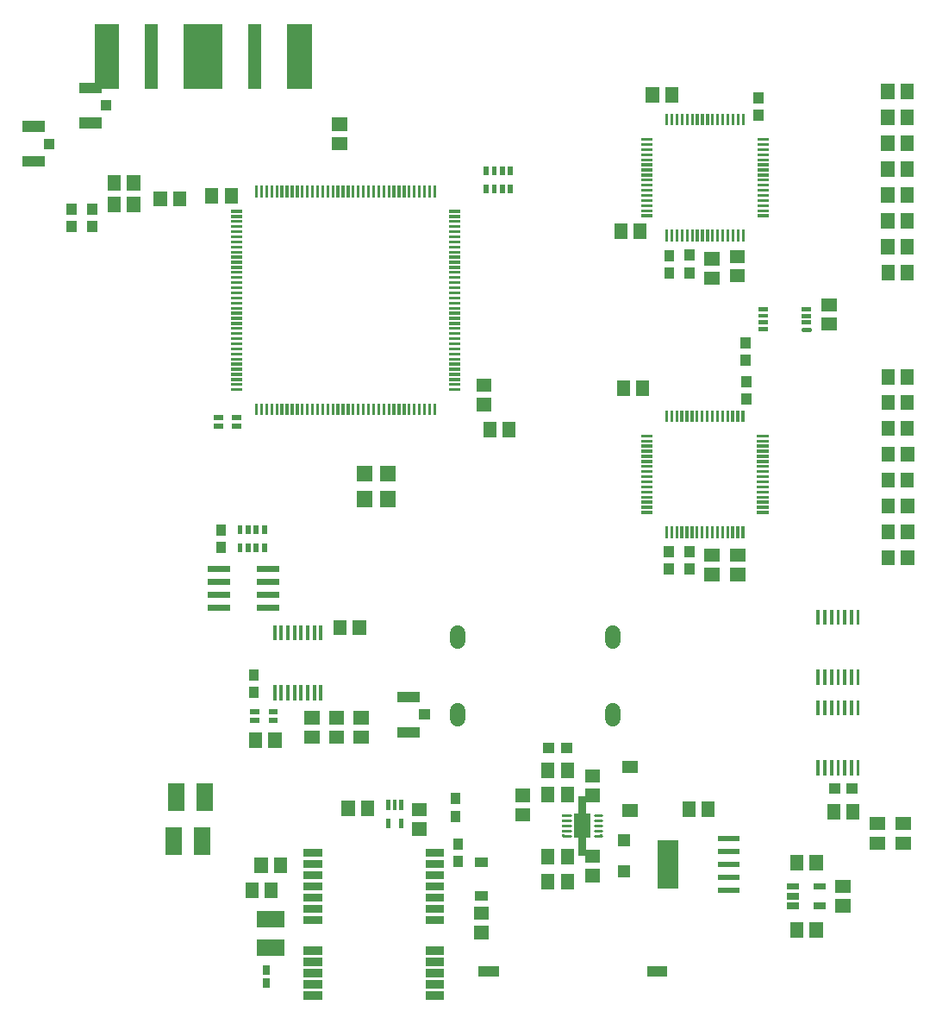
<source format=gbr>
G04 start of page 11 for group -4015 idx -4015 *
G04 Title: (unknown), toppaste *
G04 Creator: pcb 20110918 *
G04 CreationDate: Tue 10 Apr 2012 05:20:11 AM GMT UTC *
G04 For: haunma *
G04 Format: Gerber/RS-274X *
G04 PCB-Dimensions: 360000 400000 *
G04 PCB-Coordinate-Origin: lower left *
%MOIN*%
%FSLAX25Y25*%
%LNTOPPASTE*%
%ADD223R,0.0360X0.0360*%
%ADD222R,0.0315X0.0315*%
%ADD221R,0.0276X0.0276*%
%ADD220R,0.0154X0.0154*%
%ADD219R,0.0630X0.0630*%
%ADD218R,0.0831X0.0831*%
%ADD217R,0.0201X0.0201*%
%ADD216R,0.0307X0.0307*%
%ADD215R,0.0650X0.0650*%
%ADD214C,0.0100*%
%ADD213C,0.0001*%
%ADD212R,0.0472X0.0472*%
%ADD211R,0.0130X0.0130*%
%ADD210R,0.0240X0.0240*%
%ADD209R,0.0110X0.0110*%
%ADD208C,0.0600*%
%ADD207R,0.0413X0.0413*%
%ADD206R,0.0394X0.0394*%
%ADD205R,0.0197X0.0197*%
%ADD204R,0.0394X0.0394*%
%ADD203R,0.0950X0.0950*%
%ADD202R,0.0500X0.0500*%
%ADD201R,0.0591X0.0591*%
%ADD200R,0.0160X0.0160*%
%ADD199C,0.0160*%
%ADD198R,0.0512X0.0512*%
G54D198*X237460Y259093D02*Y258307D01*
X244940Y259093D02*Y258307D01*
X131060Y96693D02*Y95907D01*
X138540Y96693D02*Y95907D01*
G54D199*X307100Y281400D02*X309300D01*
G54D200*X307100Y284000D02*X309300D01*
X307100Y286500D02*X309300D01*
X307100Y289100D02*X309300D01*
X290400Y289200D02*X292600D01*
X290400Y286600D02*X292600D01*
X290400Y284100D02*X292600D01*
X290400Y281500D02*X292600D01*
G54D201*X146428Y215976D02*Y215582D01*
Y225818D02*Y225424D01*
X137372Y225818D02*Y225424D01*
Y215976D02*Y215582D01*
G54D198*X208260Y111393D02*Y110607D01*
X215740Y111393D02*Y110607D01*
G54D202*X55000Y396700D02*Y376700D01*
G54D203*X37750Y394450D02*Y378950D01*
X72250Y394450D02*Y378950D01*
G54D198*X127207Y353160D02*X127993D01*
X127207Y360640D02*X127993D01*
X271307Y194040D02*X272093D01*
X271307Y186560D02*X272093D01*
X126107Y123760D02*X126893D01*
X126107Y131240D02*X126893D01*
X316507Y290840D02*X317293D01*
X316507Y283360D02*X317293D01*
X347300Y213486D02*Y212700D01*
X339820Y213486D02*Y212700D01*
X339800Y253486D02*Y252700D01*
X347280Y253486D02*Y252700D01*
X339740Y263414D02*Y262628D01*
X347220Y263414D02*Y262628D01*
X339820Y233500D02*Y232714D01*
X347300Y233500D02*Y232714D01*
X347280Y223486D02*Y222700D01*
X339800Y223486D02*Y222700D01*
X345307Y90340D02*X346093D01*
X345307Y82860D02*X346093D01*
X347300Y203486D02*Y202700D01*
X339820Y203486D02*Y202700D01*
X339800Y243500D02*Y242714D01*
X347280Y243500D02*Y242714D01*
X65840Y332193D02*Y331407D01*
X58360Y332193D02*Y331407D01*
X318760Y95393D02*Y94607D01*
X326240Y95393D02*Y94607D01*
G54D202*X95000Y396700D02*Y376700D01*
G54D203*X77750Y394450D02*Y378950D01*
X112250Y394450D02*Y378950D01*
G54D198*X85740Y333393D02*Y332607D01*
X78260Y333393D02*Y332607D01*
X185760Y242893D02*Y242107D01*
X193240Y242893D02*Y242107D01*
X256140Y372293D02*Y371507D01*
X248660Y372293D02*Y371507D01*
X48040Y338293D02*Y337507D01*
X40560Y338293D02*Y337507D01*
X48040Y330093D02*Y329307D01*
X40560Y330093D02*Y329307D01*
G54D204*X289600Y364151D02*Y363757D01*
Y370843D02*Y370449D01*
X32000Y327943D02*Y327549D01*
Y321251D02*Y320857D01*
G54D198*X304520Y75686D02*Y74900D01*
X312000Y75686D02*Y74900D01*
G54D204*X318957Y104000D02*X319351D01*
X325649D02*X326043D01*
G54D198*X158107Y88260D02*X158893D01*
X158107Y95740D02*X158893D01*
G54D205*X89188Y197679D02*Y196104D01*
X92338Y197679D02*Y196104D01*
X95486Y197679D02*Y196104D01*
X98636Y197679D02*Y196104D01*
Y204764D02*Y203189D01*
X95486Y204764D02*Y203189D01*
X92338Y204764D02*Y203189D01*
X89188Y204764D02*Y203189D01*
G54D198*X225107Y70260D02*X225893D01*
X225107Y77740D02*X225893D01*
G54D204*X81838Y197391D02*Y196997D01*
Y204083D02*Y203689D01*
X284800Y269751D02*Y269357D01*
Y276443D02*Y276049D01*
G54D206*X160406Y132500D02*X160602D01*
G54D207*X152236Y139291D02*X156764D01*
X152236Y125709D02*X156764D01*
G54D205*X184376Y336345D02*Y334770D01*
X187526Y336345D02*Y334770D01*
X190674Y336345D02*Y334770D01*
X193824Y336345D02*Y334770D01*
Y343430D02*Y341855D01*
X190674Y343430D02*Y341855D01*
X187526Y343430D02*Y341855D01*
X184376Y343430D02*Y341855D01*
G54D208*X233500Y164000D02*Y161000D01*
X173500Y164000D02*Y161000D01*
Y134000D02*Y131000D01*
X233500Y134000D02*Y131000D01*
G54D198*X335307Y90340D02*X336093D01*
X335307Y82860D02*X336093D01*
X321867Y66033D02*X322653D01*
X321867Y58553D02*X322653D01*
X208260Y68393D02*Y67607D01*
X215740Y68393D02*Y67607D01*
Y101893D02*Y101107D01*
X208260Y101893D02*Y101107D01*
X347194Y333600D02*Y332814D01*
X339714Y333600D02*Y332814D01*
X339660Y363593D02*Y362807D01*
X347140Y363593D02*Y362807D01*
X339720Y353586D02*Y352800D01*
X347200Y353586D02*Y352800D01*
G54D209*X86181Y326948D02*X89579D01*
X86181Y324980D02*X89579D01*
X86181Y323011D02*X89579D01*
X86181Y321043D02*X89579D01*
X86181Y319074D02*X89579D01*
X86181Y317106D02*X89579D01*
X86181Y315137D02*X89579D01*
X86181Y313169D02*X89579D01*
X86181Y311200D02*X89579D01*
X86181Y309232D02*X89579D01*
X86181Y307263D02*X89579D01*
X86181Y305295D02*X89579D01*
X86181Y303326D02*X89579D01*
X86181Y301358D02*X89579D01*
X86181Y299389D02*X89579D01*
X86181Y297421D02*X89579D01*
X86181Y295452D02*X89579D01*
X86181Y293484D02*X89579D01*
X86181Y291515D02*X89579D01*
X86181Y289547D02*X89579D01*
X86181Y287578D02*X89579D01*
X86181Y285610D02*X89579D01*
X86181Y283641D02*X89579D01*
X86181Y281673D02*X89579D01*
X86181Y279704D02*X89579D01*
X86181Y277736D02*X89579D01*
X86181Y275767D02*X89579D01*
X86181Y273799D02*X89579D01*
X86181Y271830D02*X89579D01*
X86181Y269862D02*X89579D01*
X86181Y267893D02*X89579D01*
X86181Y265925D02*X89579D01*
X86181Y263956D02*X89579D01*
X86181Y261988D02*X89579D01*
X86181Y260019D02*X89579D01*
X86181Y258051D02*X89579D01*
X95552Y252079D02*Y248681D01*
X97520Y252079D02*Y248681D01*
X99489Y252079D02*Y248681D01*
X101457Y252079D02*Y248681D01*
X103426Y252079D02*Y248681D01*
X105394Y252079D02*Y248681D01*
X107363Y252079D02*Y248681D01*
X109331Y252079D02*Y248681D01*
X111300Y252079D02*Y248681D01*
X113268Y252079D02*Y248681D01*
X115237Y252079D02*Y248681D01*
X117205Y252079D02*Y248681D01*
X119174Y252079D02*Y248681D01*
X121142Y252079D02*Y248681D01*
X123111Y252079D02*Y248681D01*
X125079Y252079D02*Y248681D01*
X127048Y252079D02*Y248681D01*
X129016Y252079D02*Y248681D01*
X130985Y252079D02*Y248681D01*
X132953Y252079D02*Y248681D01*
X134922Y252079D02*Y248681D01*
X136890Y252079D02*Y248681D01*
X138859Y252079D02*Y248681D01*
X140827Y252079D02*Y248681D01*
X142796Y252079D02*Y248681D01*
X144764Y252079D02*Y248681D01*
X146733Y252079D02*Y248681D01*
X148701Y252079D02*Y248681D01*
X150670Y252079D02*Y248681D01*
X152638Y252079D02*Y248681D01*
X154607Y252079D02*Y248681D01*
X156575Y252079D02*Y248681D01*
X158544Y252079D02*Y248681D01*
X160512Y252079D02*Y248681D01*
X162481Y252079D02*Y248681D01*
X164449Y252079D02*Y248681D01*
X170421Y258052D02*X173819D01*
X170421Y260020D02*X173819D01*
X170421Y261989D02*X173819D01*
X170421Y263957D02*X173819D01*
X170421Y265926D02*X173819D01*
X170421Y267894D02*X173819D01*
X170421Y269863D02*X173819D01*
X170421Y271831D02*X173819D01*
X170421Y273800D02*X173819D01*
X170421Y275768D02*X173819D01*
X170421Y277737D02*X173819D01*
X170421Y279705D02*X173819D01*
X170421Y281674D02*X173819D01*
X170421Y283642D02*X173819D01*
X170421Y285611D02*X173819D01*
X170421Y287579D02*X173819D01*
X170421Y289548D02*X173819D01*
X170421Y291516D02*X173819D01*
X170421Y293485D02*X173819D01*
X170421Y295453D02*X173819D01*
X170421Y297422D02*X173819D01*
X170421Y299390D02*X173819D01*
X170421Y301359D02*X173819D01*
X170421Y303327D02*X173819D01*
X170421Y305296D02*X173819D01*
X170421Y307264D02*X173819D01*
X170421Y309233D02*X173819D01*
X170421Y311201D02*X173819D01*
X170421Y313170D02*X173819D01*
X170421Y315138D02*X173819D01*
X170421Y317107D02*X173819D01*
X170421Y319075D02*X173819D01*
X170421Y321044D02*X173819D01*
X170421Y323012D02*X173819D01*
X170421Y324981D02*X173819D01*
X170421Y326949D02*X173819D01*
X164448Y336319D02*Y332921D01*
X162480Y336319D02*Y332921D01*
X160511Y336319D02*Y332921D01*
X158543Y336319D02*Y332921D01*
X156574Y336319D02*Y332921D01*
X154606Y336319D02*Y332921D01*
X152637Y336319D02*Y332921D01*
X150669Y336319D02*Y332921D01*
X148700Y336319D02*Y332921D01*
X146732Y336319D02*Y332921D01*
X144763Y336319D02*Y332921D01*
X142795Y336319D02*Y332921D01*
X140826Y336319D02*Y332921D01*
X138858Y336319D02*Y332921D01*
X136889Y336319D02*Y332921D01*
X134921Y336319D02*Y332921D01*
X132952Y336319D02*Y332921D01*
X130984Y336319D02*Y332921D01*
X129015Y336319D02*Y332921D01*
X127047Y336319D02*Y332921D01*
X125078Y336319D02*Y332921D01*
X123110Y336319D02*Y332921D01*
X121141Y336319D02*Y332921D01*
X119173Y336319D02*Y332921D01*
X117204Y336319D02*Y332921D01*
X115236Y336319D02*Y332921D01*
X113267Y336319D02*Y332921D01*
X111299Y336319D02*Y332921D01*
X109330Y336319D02*Y332921D01*
X107362Y336319D02*Y332921D01*
X105393Y336319D02*Y332921D01*
X103425Y336319D02*Y332921D01*
X101456Y336319D02*Y332921D01*
X99488Y336319D02*Y332921D01*
X97519Y336319D02*Y332921D01*
X95551Y336319D02*Y332921D01*
G54D198*X281107Y309540D02*X281893D01*
X281107Y302060D02*X281893D01*
X271207Y308640D02*X271993D01*
X271207Y301160D02*X271993D01*
X183107Y259740D02*X183893D01*
X183107Y252260D02*X183893D01*
X236460Y319593D02*Y318807D01*
X243940Y319593D02*Y318807D01*
X339700Y343586D02*Y342800D01*
X347180Y343586D02*Y342800D01*
X347200Y323600D02*Y322814D01*
X339720Y323600D02*Y322814D01*
G54D204*X285100Y254751D02*Y254357D01*
Y261443D02*Y261049D01*
G54D198*X270240Y96393D02*Y95607D01*
X262760Y96393D02*Y95607D01*
G54D210*X77838Y188689D02*X84138D01*
X77838Y183689D02*X84138D01*
X77838Y178689D02*X84138D01*
X77838Y173689D02*X84138D01*
X96738D02*X103038D01*
X96738Y178689D02*X103038D01*
X96738Y183689D02*X103038D01*
X96738Y188689D02*X103038D01*
G54D211*X102544Y143189D02*Y138583D01*
X105103Y143189D02*Y138583D01*
X107662Y143189D02*Y138583D01*
X110221Y143189D02*Y138583D01*
X112779Y143189D02*Y138583D01*
X115338Y143189D02*Y138583D01*
X117897Y143189D02*Y138583D01*
X120456Y143189D02*Y138583D01*
Y166417D02*Y161811D01*
X117897Y166417D02*Y161811D01*
X115338Y166417D02*Y161811D01*
X112779Y166417D02*Y161811D01*
X110221Y166417D02*Y161811D01*
X107662Y166417D02*Y161811D01*
X105103Y166417D02*Y161811D01*
X102544Y166417D02*Y161811D01*
G54D212*X239212Y95435D02*X240788D01*
X239212Y112365D02*X240788D01*
G54D204*X94500Y148043D02*Y147649D01*
Y141351D02*Y140957D01*
G54D198*X135607Y131240D02*X136393D01*
X135607Y123760D02*X136393D01*
X127838Y166475D02*Y165689D01*
X135318Y166475D02*Y165689D01*
G54D210*X301910Y65993D02*X304310D01*
X301910Y62293D02*X304310D01*
X301910Y58593D02*X304310D01*
X312210D02*X314610D01*
X312210Y65993D02*X314610D01*
G54D205*X101195Y130333D02*X102770D01*
X101195Y133481D02*X102770D01*
X94110D02*X95685D01*
X94110Y130333D02*X95685D01*
G54D198*X215740Y77893D02*Y77107D01*
X208260Y77893D02*Y77107D01*
X312000Y49686D02*Y48900D01*
X304520Y49686D02*Y48900D01*
G54D209*X283763Y364134D02*Y360736D01*
X281795Y364134D02*Y360736D01*
X279826Y364134D02*Y360736D01*
X277858Y364134D02*Y360736D01*
X275889Y364134D02*Y360736D01*
X273921Y364134D02*Y360736D01*
X271952Y364134D02*Y360736D01*
X269984Y364134D02*Y360736D01*
X268015Y364134D02*Y360736D01*
X266047Y364134D02*Y360736D01*
X264078Y364134D02*Y360736D01*
X262110Y364134D02*Y360736D01*
X260141Y364134D02*Y360736D01*
X258173Y364134D02*Y360736D01*
X256204Y364134D02*Y360736D01*
X254236Y364134D02*Y360736D01*
X244866Y354763D02*X248264D01*
X244866Y352795D02*X248264D01*
X244866Y350826D02*X248264D01*
X244866Y348858D02*X248264D01*
X244866Y346889D02*X248264D01*
X244866Y344921D02*X248264D01*
X244866Y342952D02*X248264D01*
X244866Y340984D02*X248264D01*
X244866Y339015D02*X248264D01*
X244866Y337047D02*X248264D01*
X244866Y335078D02*X248264D01*
X244866Y333110D02*X248264D01*
X244866Y331141D02*X248264D01*
X244866Y329173D02*X248264D01*
X244866Y327204D02*X248264D01*
X244866Y325236D02*X248264D01*
X254237Y319264D02*Y315866D01*
X256205Y319264D02*Y315866D01*
X258174Y319264D02*Y315866D01*
X260142Y319264D02*Y315866D01*
X262111Y319264D02*Y315866D01*
X264079Y319264D02*Y315866D01*
X266048Y319264D02*Y315866D01*
X268016Y319264D02*Y315866D01*
X269985Y319264D02*Y315866D01*
X271953Y319264D02*Y315866D01*
X273922Y319264D02*Y315866D01*
X275890Y319264D02*Y315866D01*
X277859Y319264D02*Y315866D01*
X279827Y319264D02*Y315866D01*
X281796Y319264D02*Y315866D01*
X283764Y319264D02*Y315866D01*
X289736Y325237D02*X293134D01*
X289736Y327205D02*X293134D01*
X289736Y329174D02*X293134D01*
X289736Y331142D02*X293134D01*
X289736Y333111D02*X293134D01*
X289736Y335079D02*X293134D01*
X289736Y337048D02*X293134D01*
X289736Y339016D02*X293134D01*
X289736Y340985D02*X293134D01*
X289736Y342953D02*X293134D01*
X289736Y344922D02*X293134D01*
X289736Y346890D02*X293134D01*
X289736Y348859D02*X293134D01*
X289736Y350827D02*X293134D01*
X289736Y352796D02*X293134D01*
X289736Y354764D02*X293134D01*
G54D198*X347200Y313600D02*Y312814D01*
X339720Y313600D02*Y312814D01*
G54D211*X312823Y114189D02*Y109583D01*
X315382Y114189D02*Y109583D01*
X317941Y114189D02*Y109583D01*
X320500Y114189D02*Y109583D01*
X323059Y114189D02*Y109583D01*
X325618Y114189D02*Y109583D01*
X328177Y114189D02*Y109583D01*
Y137417D02*Y132811D01*
X325618Y137417D02*Y132811D01*
X323059Y137417D02*Y132811D01*
X320500Y137417D02*Y132811D01*
X317941Y137417D02*Y132811D01*
X315382Y137417D02*Y132811D01*
X312823Y137417D02*Y132811D01*
Y149189D02*Y144583D01*
X315382Y149189D02*Y144583D01*
X317941Y149189D02*Y144583D01*
X320500Y149189D02*Y144583D01*
X323059Y149189D02*Y144583D01*
X325618Y149189D02*Y144583D01*
X328177Y149189D02*Y144583D01*
Y172417D02*Y167811D01*
X325618Y172417D02*Y167811D01*
X323059Y172417D02*Y167811D01*
X320500Y172417D02*Y167811D01*
X317941Y172417D02*Y167811D01*
X315382Y172417D02*Y167811D01*
X312823Y172417D02*Y167811D01*
G54D198*X339620Y373586D02*Y372800D01*
X347100Y373586D02*Y372800D01*
G54D205*X80070Y247174D02*X81645D01*
X80070Y244026D02*X81645D01*
X87155D02*X88730D01*
X87155Y247174D02*X88730D01*
G54D204*X263000Y310143D02*Y309749D01*
Y303451D02*Y303057D01*
G54D198*X347260Y303593D02*Y302807D01*
X339780Y303593D02*Y302807D01*
X347340Y193493D02*Y192707D01*
X339860Y193493D02*Y192707D01*
X281207Y194040D02*X281993D01*
X281207Y186560D02*X281993D01*
X198107Y93760D02*X198893D01*
X198107Y101240D02*X198893D01*
G54D204*X255100Y195543D02*Y195149D01*
Y188851D02*Y188457D01*
X262893Y195503D02*Y195109D01*
Y188811D02*Y188417D01*
G54D209*X283663Y249534D02*Y246136D01*
X281695Y249534D02*Y246136D01*
X279726Y249534D02*Y246136D01*
X277758Y249534D02*Y246136D01*
X275789Y249534D02*Y246136D01*
X273821Y249534D02*Y246136D01*
X271852Y249534D02*Y246136D01*
X269884Y249534D02*Y246136D01*
X267915Y249534D02*Y246136D01*
X265947Y249534D02*Y246136D01*
X263978Y249534D02*Y246136D01*
X262010Y249534D02*Y246136D01*
X260041Y249534D02*Y246136D01*
X258073Y249534D02*Y246136D01*
X256104Y249534D02*Y246136D01*
X254136Y249534D02*Y246136D01*
X244766Y240163D02*X248164D01*
X244766Y238195D02*X248164D01*
X244766Y236226D02*X248164D01*
X244766Y234258D02*X248164D01*
X244766Y232289D02*X248164D01*
X244766Y230321D02*X248164D01*
X244766Y228352D02*X248164D01*
X244766Y226384D02*X248164D01*
X244766Y224415D02*X248164D01*
X244766Y222447D02*X248164D01*
X244766Y220478D02*X248164D01*
X244766Y218510D02*X248164D01*
X244766Y216541D02*X248164D01*
X244766Y214573D02*X248164D01*
X244766Y212604D02*X248164D01*
X244766Y210636D02*X248164D01*
X254137Y204664D02*Y201266D01*
X256105Y204664D02*Y201266D01*
X258074Y204664D02*Y201266D01*
X260042Y204664D02*Y201266D01*
X262011Y204664D02*Y201266D01*
X263979Y204664D02*Y201266D01*
X265948Y204664D02*Y201266D01*
X267916Y204664D02*Y201266D01*
X269885Y204664D02*Y201266D01*
X271853Y204664D02*Y201266D01*
X273822Y204664D02*Y201266D01*
X275790Y204664D02*Y201266D01*
X277759Y204664D02*Y201266D01*
X279727Y204664D02*Y201266D01*
X281696Y204664D02*Y201266D01*
X283664Y204664D02*Y201266D01*
X289636Y210637D02*X293034D01*
X289636Y212605D02*X293034D01*
X289636Y214574D02*X293034D01*
X289636Y216542D02*X293034D01*
X289636Y218511D02*X293034D01*
X289636Y220479D02*X293034D01*
X289636Y222448D02*X293034D01*
X289636Y224416D02*X293034D01*
X289636Y226385D02*X293034D01*
X289636Y228353D02*X293034D01*
X289636Y230322D02*X293034D01*
X289636Y232290D02*X293034D01*
X289636Y234259D02*X293034D01*
X289636Y236227D02*X293034D01*
X289636Y238196D02*X293034D01*
X289636Y240164D02*X293034D01*
G54D204*X255176Y310129D02*Y309735D01*
Y303437D02*Y303043D01*
G54D198*X225107Y108740D02*X225893D01*
X225107Y101260D02*X225893D01*
G54D204*X215149Y119500D02*X215543D01*
X208457D02*X208851D01*
G54D213*G36*
X235238Y86168D02*Y81444D01*
X239962D01*
Y86168D01*
X235238D01*
G37*
G36*
Y74356D02*Y69632D01*
X239962D01*
Y74356D01*
X235238D01*
G37*
G54D214*X214132Y93485D02*X216847D01*
G54D213*G36*
X213632Y93985D02*Y92985D01*
X214632D01*
Y93985D01*
X213632D01*
G37*
G54D214*X214132Y91516D02*X216847D01*
G54D213*G36*
X213632Y92016D02*Y91016D01*
X214632D01*
Y92016D01*
X213632D01*
G37*
G54D214*X214132Y89548D02*X216847D01*
G54D213*G36*
X213632Y90048D02*Y89048D01*
X214632D01*
Y90048D01*
X213632D01*
G37*
G54D214*X214132Y87580D02*X216847D01*
G54D213*G36*
X213632Y88080D02*Y87080D01*
X214632D01*
Y88080D01*
X213632D01*
G37*
G54D214*X214132Y85611D02*X216847D01*
G54D213*G36*
X213632Y86111D02*Y85111D01*
X214632D01*
Y86111D01*
X213632D01*
G37*
G54D214*X226217Y85611D02*X228932D01*
G54D213*G36*
X228432Y86111D02*Y85111D01*
X229432D01*
Y86111D01*
X228432D01*
G37*
G54D214*X226217Y87580D02*X228932D01*
G54D213*G36*
X228432Y88080D02*Y87080D01*
X229432D01*
Y88080D01*
X228432D01*
G37*
G54D214*X226217Y89548D02*X228932D01*
G54D213*G36*
X228432Y90048D02*Y89048D01*
X229432D01*
Y90048D01*
X228432D01*
G37*
G54D214*X226217Y91516D02*X228932D01*
G54D213*G36*
X228432Y92016D02*Y91016D01*
X229432D01*
Y92016D01*
X228432D01*
G37*
G54D214*X226217Y93485D02*X228932D01*
G54D213*G36*
X228432Y93985D02*Y92985D01*
X229432D01*
Y93985D01*
X228432D01*
G37*
G54D215*X221532Y91024D02*Y88072D01*
G54D216*Y99548D02*Y79548D01*
G54D217*X275162Y64500D02*X281460D01*
X275162Y69500D02*X281460D01*
X275162Y74500D02*X281460D01*
X275162Y79500D02*X281460D01*
X275162Y84500D02*X281460D01*
G54D218*X254689Y79638D02*Y69362D01*
G54D219*X75511Y102665D02*Y98335D01*
X64489Y102665D02*Y98335D01*
X98935Y42389D02*X103265D01*
X98935Y53411D02*X103265D01*
G54D220*X151559Y98744D02*Y96342D01*
X149000Y98744D02*Y96342D01*
X146441Y98744D02*Y96342D01*
Y91658D02*Y89256D01*
X151559Y91658D02*Y89256D01*
G54D198*X182107Y48260D02*X182893D01*
X182107Y55740D02*X182893D01*
G54D204*X183398Y33398D02*X187335D01*
X248555D02*X252492D01*
G54D219*X74511Y85865D02*Y81535D01*
X63489Y85865D02*Y81535D01*
G54D221*X99400Y29135D02*Y28348D01*
Y34252D02*Y33465D01*
G54D222*X115409Y79059D02*X119346D01*
X115409Y74728D02*X119346D01*
X115409Y70398D02*X119346D01*
X115409Y66067D02*X119346D01*
X115409Y61736D02*X119346D01*
X115409Y57406D02*X119346D01*
X115409Y53075D02*X119346D01*
X115409Y41264D02*X119346D01*
X115409Y36933D02*X119346D01*
X115409Y32602D02*X119346D01*
X115409Y28272D02*X119346D01*
X115409Y23941D02*X119346D01*
X162654D02*X166591D01*
X162654Y28272D02*X166591D01*
X162654Y32602D02*X166591D01*
X162654Y36933D02*X166591D01*
X162654Y41264D02*X166591D01*
X162654Y53075D02*X166591D01*
X162654Y57406D02*X166591D01*
X162654Y61736D02*X166591D01*
X162654Y66067D02*X166591D01*
X162654Y70398D02*X166591D01*
X162654Y74728D02*X166591D01*
X162654Y79059D02*X166591D01*
G54D198*X97360Y74693D02*Y73907D01*
X104840Y74693D02*Y73907D01*
X93760Y65093D02*Y64307D01*
X101240Y65093D02*Y64307D01*
G54D223*X181900Y62550D02*X183100D01*
X181900Y75450D02*X183100D01*
G54D198*X116707Y131240D02*X117493D01*
X116707Y123760D02*X117493D01*
G54D204*X173500Y75851D02*Y75457D01*
Y82543D02*Y82149D01*
G54D198*X95200Y123100D02*Y122314D01*
X102680Y123100D02*Y122314D01*
G54D206*X15206Y353000D02*X15402D01*
G54D207*X7036Y359791D02*X11564D01*
X7036Y346209D02*X11564D01*
G54D206*X37206Y367900D02*X37402D01*
G54D207*X29036Y374691D02*X33564D01*
X29036Y361109D02*X33564D01*
G54D204*X24000Y327943D02*Y327549D01*
Y321251D02*Y320857D01*
X172500Y100143D02*Y99749D01*
Y93451D02*Y93057D01*
M02*

</source>
